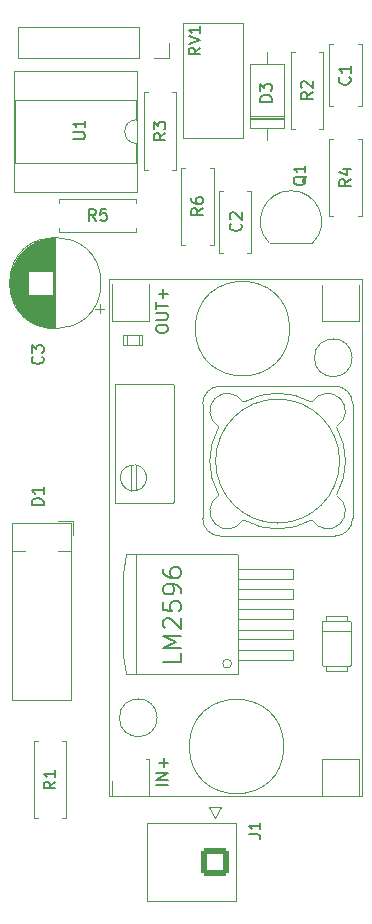
<source format=gto>
%TF.GenerationSoftware,KiCad,Pcbnew,8.0.7-8.0.7-0~ubuntu22.04.1*%
%TF.CreationDate,2024-12-23T11:54:55+01:00*%
%TF.ProjectId,repeater_v2,72657065-6174-4657-925f-76322e6b6963,rev?*%
%TF.SameCoordinates,Original*%
%TF.FileFunction,Legend,Top*%
%TF.FilePolarity,Positive*%
%FSLAX46Y46*%
G04 Gerber Fmt 4.6, Leading zero omitted, Abs format (unit mm)*
G04 Created by KiCad (PCBNEW 8.0.7-8.0.7-0~ubuntu22.04.1) date 2024-12-23 11:54:55*
%MOMM*%
%LPD*%
G01*
G04 APERTURE LIST*
G04 Aperture macros list*
%AMRoundRect*
0 Rectangle with rounded corners*
0 $1 Rounding radius*
0 $2 $3 $4 $5 $6 $7 $8 $9 X,Y pos of 4 corners*
0 Add a 4 corners polygon primitive as box body*
4,1,4,$2,$3,$4,$5,$6,$7,$8,$9,$2,$3,0*
0 Add four circle primitives for the rounded corners*
1,1,$1+$1,$2,$3*
1,1,$1+$1,$4,$5*
1,1,$1+$1,$6,$7*
1,1,$1+$1,$8,$9*
0 Add four rect primitives between the rounded corners*
20,1,$1+$1,$2,$3,$4,$5,0*
20,1,$1+$1,$4,$5,$6,$7,0*
20,1,$1+$1,$6,$7,$8,$9,0*
20,1,$1+$1,$8,$9,$2,$3,0*%
G04 Aperture macros list end*
%ADD10C,0.200000*%
%ADD11C,0.150000*%
%ADD12C,0.120000*%
%ADD13C,1.600000*%
%ADD14O,1.600000X1.600000*%
%ADD15R,1.700000X1.700000*%
%ADD16O,1.700000X1.700000*%
%ADD17R,2.200000X2.200000*%
%ADD18O,2.200000X2.200000*%
%ADD19C,1.440000*%
%ADD20R,1.050000X1.500000*%
%ADD21O,1.050000X1.500000*%
%ADD22R,1.600000X1.600000*%
%ADD23C,2.540000*%
%ADD24C,2.200000*%
%ADD25RoundRect,0.250001X0.949999X0.949999X-0.949999X0.949999X-0.949999X-0.949999X0.949999X-0.949999X0*%
%ADD26C,2.400000*%
G04 APERTURE END LIST*
D10*
X51097157Y-79308593D02*
X51097157Y-80022879D01*
X51097157Y-80022879D02*
X49597157Y-80022879D01*
X51097157Y-78808593D02*
X49597157Y-78808593D01*
X49597157Y-78808593D02*
X50668586Y-78308593D01*
X50668586Y-78308593D02*
X49597157Y-77808593D01*
X49597157Y-77808593D02*
X51097157Y-77808593D01*
X49740014Y-77165735D02*
X49668586Y-77094307D01*
X49668586Y-77094307D02*
X49597157Y-76951450D01*
X49597157Y-76951450D02*
X49597157Y-76594307D01*
X49597157Y-76594307D02*
X49668586Y-76451450D01*
X49668586Y-76451450D02*
X49740014Y-76380021D01*
X49740014Y-76380021D02*
X49882871Y-76308592D01*
X49882871Y-76308592D02*
X50025729Y-76308592D01*
X50025729Y-76308592D02*
X50240014Y-76380021D01*
X50240014Y-76380021D02*
X51097157Y-77237164D01*
X51097157Y-77237164D02*
X51097157Y-76308592D01*
X49597157Y-74951450D02*
X49597157Y-75665736D01*
X49597157Y-75665736D02*
X50311443Y-75737164D01*
X50311443Y-75737164D02*
X50240014Y-75665736D01*
X50240014Y-75665736D02*
X50168586Y-75522879D01*
X50168586Y-75522879D02*
X50168586Y-75165736D01*
X50168586Y-75165736D02*
X50240014Y-75022879D01*
X50240014Y-75022879D02*
X50311443Y-74951450D01*
X50311443Y-74951450D02*
X50454300Y-74880021D01*
X50454300Y-74880021D02*
X50811443Y-74880021D01*
X50811443Y-74880021D02*
X50954300Y-74951450D01*
X50954300Y-74951450D02*
X51025729Y-75022879D01*
X51025729Y-75022879D02*
X51097157Y-75165736D01*
X51097157Y-75165736D02*
X51097157Y-75522879D01*
X51097157Y-75522879D02*
X51025729Y-75665736D01*
X51025729Y-75665736D02*
X50954300Y-75737164D01*
X51097157Y-74165736D02*
X51097157Y-73880022D01*
X51097157Y-73880022D02*
X51025729Y-73737165D01*
X51025729Y-73737165D02*
X50954300Y-73665736D01*
X50954300Y-73665736D02*
X50740014Y-73522879D01*
X50740014Y-73522879D02*
X50454300Y-73451450D01*
X50454300Y-73451450D02*
X49882871Y-73451450D01*
X49882871Y-73451450D02*
X49740014Y-73522879D01*
X49740014Y-73522879D02*
X49668586Y-73594308D01*
X49668586Y-73594308D02*
X49597157Y-73737165D01*
X49597157Y-73737165D02*
X49597157Y-74022879D01*
X49597157Y-74022879D02*
X49668586Y-74165736D01*
X49668586Y-74165736D02*
X49740014Y-74237165D01*
X49740014Y-74237165D02*
X49882871Y-74308593D01*
X49882871Y-74308593D02*
X50240014Y-74308593D01*
X50240014Y-74308593D02*
X50382871Y-74237165D01*
X50382871Y-74237165D02*
X50454300Y-74165736D01*
X50454300Y-74165736D02*
X50525729Y-74022879D01*
X50525729Y-74022879D02*
X50525729Y-73737165D01*
X50525729Y-73737165D02*
X50454300Y-73594308D01*
X50454300Y-73594308D02*
X50382871Y-73522879D01*
X50382871Y-73522879D02*
X50240014Y-73451450D01*
X49597157Y-72165737D02*
X49597157Y-72451451D01*
X49597157Y-72451451D02*
X49668586Y-72594308D01*
X49668586Y-72594308D02*
X49740014Y-72665737D01*
X49740014Y-72665737D02*
X49954300Y-72808594D01*
X49954300Y-72808594D02*
X50240014Y-72880022D01*
X50240014Y-72880022D02*
X50811443Y-72880022D01*
X50811443Y-72880022D02*
X50954300Y-72808594D01*
X50954300Y-72808594D02*
X51025729Y-72737165D01*
X51025729Y-72737165D02*
X51097157Y-72594308D01*
X51097157Y-72594308D02*
X51097157Y-72308594D01*
X51097157Y-72308594D02*
X51025729Y-72165737D01*
X51025729Y-72165737D02*
X50954300Y-72094308D01*
X50954300Y-72094308D02*
X50811443Y-72022879D01*
X50811443Y-72022879D02*
X50454300Y-72022879D01*
X50454300Y-72022879D02*
X50311443Y-72094308D01*
X50311443Y-72094308D02*
X50240014Y-72165737D01*
X50240014Y-72165737D02*
X50168586Y-72308594D01*
X50168586Y-72308594D02*
X50168586Y-72594308D01*
X50168586Y-72594308D02*
X50240014Y-72737165D01*
X50240014Y-72737165D02*
X50311443Y-72808594D01*
X50311443Y-72808594D02*
X50454300Y-72880022D01*
D11*
X48975399Y-51898931D02*
X48975399Y-51708455D01*
X48975399Y-51708455D02*
X49023018Y-51613217D01*
X49023018Y-51613217D02*
X49118256Y-51517979D01*
X49118256Y-51517979D02*
X49308732Y-51470360D01*
X49308732Y-51470360D02*
X49642065Y-51470360D01*
X49642065Y-51470360D02*
X49832541Y-51517979D01*
X49832541Y-51517979D02*
X49927780Y-51613217D01*
X49927780Y-51613217D02*
X49975399Y-51708455D01*
X49975399Y-51708455D02*
X49975399Y-51898931D01*
X49975399Y-51898931D02*
X49927780Y-51994169D01*
X49927780Y-51994169D02*
X49832541Y-52089407D01*
X49832541Y-52089407D02*
X49642065Y-52137026D01*
X49642065Y-52137026D02*
X49308732Y-52137026D01*
X49308732Y-52137026D02*
X49118256Y-52089407D01*
X49118256Y-52089407D02*
X49023018Y-51994169D01*
X49023018Y-51994169D02*
X48975399Y-51898931D01*
X48975399Y-51041788D02*
X49784922Y-51041788D01*
X49784922Y-51041788D02*
X49880160Y-50994169D01*
X49880160Y-50994169D02*
X49927780Y-50946550D01*
X49927780Y-50946550D02*
X49975399Y-50851312D01*
X49975399Y-50851312D02*
X49975399Y-50660836D01*
X49975399Y-50660836D02*
X49927780Y-50565598D01*
X49927780Y-50565598D02*
X49880160Y-50517979D01*
X49880160Y-50517979D02*
X49784922Y-50470360D01*
X49784922Y-50470360D02*
X48975399Y-50470360D01*
X48975399Y-50137026D02*
X48975399Y-49565598D01*
X49975399Y-49851312D02*
X48975399Y-49851312D01*
X49594446Y-49232264D02*
X49594446Y-48470360D01*
X49975399Y-48851312D02*
X49213494Y-48851312D01*
X56141613Y-42917459D02*
X56189233Y-42965078D01*
X56189233Y-42965078D02*
X56236852Y-43107935D01*
X56236852Y-43107935D02*
X56236852Y-43203173D01*
X56236852Y-43203173D02*
X56189233Y-43346030D01*
X56189233Y-43346030D02*
X56093994Y-43441268D01*
X56093994Y-43441268D02*
X55998756Y-43488887D01*
X55998756Y-43488887D02*
X55808280Y-43536506D01*
X55808280Y-43536506D02*
X55665423Y-43536506D01*
X55665423Y-43536506D02*
X55474947Y-43488887D01*
X55474947Y-43488887D02*
X55379709Y-43441268D01*
X55379709Y-43441268D02*
X55284471Y-43346030D01*
X55284471Y-43346030D02*
X55236852Y-43203173D01*
X55236852Y-43203173D02*
X55236852Y-43107935D01*
X55236852Y-43107935D02*
X55284471Y-42965078D01*
X55284471Y-42965078D02*
X55332090Y-42917459D01*
X55332090Y-42536506D02*
X55284471Y-42488887D01*
X55284471Y-42488887D02*
X55236852Y-42393649D01*
X55236852Y-42393649D02*
X55236852Y-42155554D01*
X55236852Y-42155554D02*
X55284471Y-42060316D01*
X55284471Y-42060316D02*
X55332090Y-42012697D01*
X55332090Y-42012697D02*
X55427328Y-41965078D01*
X55427328Y-41965078D02*
X55522566Y-41965078D01*
X55522566Y-41965078D02*
X55665423Y-42012697D01*
X55665423Y-42012697D02*
X56236852Y-42584125D01*
X56236852Y-42584125D02*
X56236852Y-41965078D01*
X65359580Y-30519522D02*
X65407200Y-30567141D01*
X65407200Y-30567141D02*
X65454819Y-30709998D01*
X65454819Y-30709998D02*
X65454819Y-30805236D01*
X65454819Y-30805236D02*
X65407200Y-30948093D01*
X65407200Y-30948093D02*
X65311961Y-31043331D01*
X65311961Y-31043331D02*
X65216723Y-31090950D01*
X65216723Y-31090950D02*
X65026247Y-31138569D01*
X65026247Y-31138569D02*
X64883390Y-31138569D01*
X64883390Y-31138569D02*
X64692914Y-31090950D01*
X64692914Y-31090950D02*
X64597676Y-31043331D01*
X64597676Y-31043331D02*
X64502438Y-30948093D01*
X64502438Y-30948093D02*
X64454819Y-30805236D01*
X64454819Y-30805236D02*
X64454819Y-30709998D01*
X64454819Y-30709998D02*
X64502438Y-30567141D01*
X64502438Y-30567141D02*
X64550057Y-30519522D01*
X65454819Y-29567141D02*
X65454819Y-30138569D01*
X65454819Y-29852855D02*
X64454819Y-29852855D01*
X64454819Y-29852855D02*
X64597676Y-29948093D01*
X64597676Y-29948093D02*
X64692914Y-30043331D01*
X64692914Y-30043331D02*
X64740533Y-30138569D01*
X65486553Y-39166666D02*
X65010362Y-39499999D01*
X65486553Y-39738094D02*
X64486553Y-39738094D01*
X64486553Y-39738094D02*
X64486553Y-39357142D01*
X64486553Y-39357142D02*
X64534172Y-39261904D01*
X64534172Y-39261904D02*
X64581791Y-39214285D01*
X64581791Y-39214285D02*
X64677029Y-39166666D01*
X64677029Y-39166666D02*
X64819886Y-39166666D01*
X64819886Y-39166666D02*
X64915124Y-39214285D01*
X64915124Y-39214285D02*
X64962743Y-39261904D01*
X64962743Y-39261904D02*
X65010362Y-39357142D01*
X65010362Y-39357142D02*
X65010362Y-39738094D01*
X64819886Y-38309523D02*
X65486553Y-38309523D01*
X64438934Y-38547618D02*
X65153219Y-38785713D01*
X65153219Y-38785713D02*
X65153219Y-38166666D01*
X58780610Y-32583908D02*
X57780610Y-32583908D01*
X57780610Y-32583908D02*
X57780610Y-32345813D01*
X57780610Y-32345813D02*
X57828229Y-32202956D01*
X57828229Y-32202956D02*
X57923467Y-32107718D01*
X57923467Y-32107718D02*
X58018705Y-32060099D01*
X58018705Y-32060099D02*
X58209181Y-32012480D01*
X58209181Y-32012480D02*
X58352038Y-32012480D01*
X58352038Y-32012480D02*
X58542514Y-32060099D01*
X58542514Y-32060099D02*
X58637752Y-32107718D01*
X58637752Y-32107718D02*
X58732991Y-32202956D01*
X58732991Y-32202956D02*
X58780610Y-32345813D01*
X58780610Y-32345813D02*
X58780610Y-32583908D01*
X57780610Y-31679146D02*
X57780610Y-31060099D01*
X57780610Y-31060099D02*
X58161562Y-31393432D01*
X58161562Y-31393432D02*
X58161562Y-31250575D01*
X58161562Y-31250575D02*
X58209181Y-31155337D01*
X58209181Y-31155337D02*
X58256800Y-31107718D01*
X58256800Y-31107718D02*
X58352038Y-31060099D01*
X58352038Y-31060099D02*
X58590133Y-31060099D01*
X58590133Y-31060099D02*
X58685371Y-31107718D01*
X58685371Y-31107718D02*
X58732991Y-31155337D01*
X58732991Y-31155337D02*
X58780610Y-31250575D01*
X58780610Y-31250575D02*
X58780610Y-31536289D01*
X58780610Y-31536289D02*
X58732991Y-31631527D01*
X58732991Y-31631527D02*
X58685371Y-31679146D01*
X52736288Y-28020771D02*
X52260097Y-28354104D01*
X52736288Y-28592199D02*
X51736288Y-28592199D01*
X51736288Y-28592199D02*
X51736288Y-28211247D01*
X51736288Y-28211247D02*
X51783907Y-28116009D01*
X51783907Y-28116009D02*
X51831526Y-28068390D01*
X51831526Y-28068390D02*
X51926764Y-28020771D01*
X51926764Y-28020771D02*
X52069621Y-28020771D01*
X52069621Y-28020771D02*
X52164859Y-28068390D01*
X52164859Y-28068390D02*
X52212478Y-28116009D01*
X52212478Y-28116009D02*
X52260097Y-28211247D01*
X52260097Y-28211247D02*
X52260097Y-28592199D01*
X51736288Y-27735056D02*
X52736288Y-27401723D01*
X52736288Y-27401723D02*
X51736288Y-27068390D01*
X52736288Y-26211247D02*
X52736288Y-26782675D01*
X52736288Y-26496961D02*
X51736288Y-26496961D01*
X51736288Y-26496961D02*
X51879145Y-26592199D01*
X51879145Y-26592199D02*
X51974383Y-26687437D01*
X51974383Y-26687437D02*
X52022002Y-26782675D01*
X40454819Y-90166666D02*
X39978628Y-90499999D01*
X40454819Y-90738094D02*
X39454819Y-90738094D01*
X39454819Y-90738094D02*
X39454819Y-90357142D01*
X39454819Y-90357142D02*
X39502438Y-90261904D01*
X39502438Y-90261904D02*
X39550057Y-90214285D01*
X39550057Y-90214285D02*
X39645295Y-90166666D01*
X39645295Y-90166666D02*
X39788152Y-90166666D01*
X39788152Y-90166666D02*
X39883390Y-90214285D01*
X39883390Y-90214285D02*
X39931009Y-90261904D01*
X39931009Y-90261904D02*
X39978628Y-90357142D01*
X39978628Y-90357142D02*
X39978628Y-90738094D01*
X40454819Y-89214285D02*
X40454819Y-89785713D01*
X40454819Y-89499999D02*
X39454819Y-89499999D01*
X39454819Y-89499999D02*
X39597676Y-89595237D01*
X39597676Y-89595237D02*
X39692914Y-89690475D01*
X39692914Y-89690475D02*
X39740533Y-89785713D01*
X61730808Y-38897131D02*
X61683189Y-38992369D01*
X61683189Y-38992369D02*
X61587951Y-39087607D01*
X61587951Y-39087607D02*
X61445093Y-39230464D01*
X61445093Y-39230464D02*
X61397474Y-39325702D01*
X61397474Y-39325702D02*
X61397474Y-39420940D01*
X61635570Y-39373321D02*
X61587951Y-39468559D01*
X61587951Y-39468559D02*
X61492712Y-39563797D01*
X61492712Y-39563797D02*
X61302236Y-39611416D01*
X61302236Y-39611416D02*
X60968903Y-39611416D01*
X60968903Y-39611416D02*
X60778427Y-39563797D01*
X60778427Y-39563797D02*
X60683189Y-39468559D01*
X60683189Y-39468559D02*
X60635570Y-39373321D01*
X60635570Y-39373321D02*
X60635570Y-39182845D01*
X60635570Y-39182845D02*
X60683189Y-39087607D01*
X60683189Y-39087607D02*
X60778427Y-38992369D01*
X60778427Y-38992369D02*
X60968903Y-38944750D01*
X60968903Y-38944750D02*
X61302236Y-38944750D01*
X61302236Y-38944750D02*
X61492712Y-38992369D01*
X61492712Y-38992369D02*
X61587951Y-39087607D01*
X61587951Y-39087607D02*
X61635570Y-39182845D01*
X61635570Y-39182845D02*
X61635570Y-39373321D01*
X61635570Y-37992369D02*
X61635570Y-38563797D01*
X61635570Y-38278083D02*
X60635570Y-38278083D01*
X60635570Y-38278083D02*
X60778427Y-38373321D01*
X60778427Y-38373321D02*
X60873665Y-38468559D01*
X60873665Y-38468559D02*
X60921284Y-38563797D01*
X39359580Y-54166666D02*
X39407200Y-54214285D01*
X39407200Y-54214285D02*
X39454819Y-54357142D01*
X39454819Y-54357142D02*
X39454819Y-54452380D01*
X39454819Y-54452380D02*
X39407200Y-54595237D01*
X39407200Y-54595237D02*
X39311961Y-54690475D01*
X39311961Y-54690475D02*
X39216723Y-54738094D01*
X39216723Y-54738094D02*
X39026247Y-54785713D01*
X39026247Y-54785713D02*
X38883390Y-54785713D01*
X38883390Y-54785713D02*
X38692914Y-54738094D01*
X38692914Y-54738094D02*
X38597676Y-54690475D01*
X38597676Y-54690475D02*
X38502438Y-54595237D01*
X38502438Y-54595237D02*
X38454819Y-54452380D01*
X38454819Y-54452380D02*
X38454819Y-54357142D01*
X38454819Y-54357142D02*
X38502438Y-54214285D01*
X38502438Y-54214285D02*
X38550057Y-54166666D01*
X38454819Y-53833332D02*
X38454819Y-53214285D01*
X38454819Y-53214285D02*
X38835771Y-53547618D01*
X38835771Y-53547618D02*
X38835771Y-53404761D01*
X38835771Y-53404761D02*
X38883390Y-53309523D01*
X38883390Y-53309523D02*
X38931009Y-53261904D01*
X38931009Y-53261904D02*
X39026247Y-53214285D01*
X39026247Y-53214285D02*
X39264342Y-53214285D01*
X39264342Y-53214285D02*
X39359580Y-53261904D01*
X39359580Y-53261904D02*
X39407200Y-53309523D01*
X39407200Y-53309523D02*
X39454819Y-53404761D01*
X39454819Y-53404761D02*
X39454819Y-53690475D01*
X39454819Y-53690475D02*
X39407200Y-53785713D01*
X39407200Y-53785713D02*
X39359580Y-53833332D01*
X62233710Y-31785311D02*
X61757519Y-32118644D01*
X62233710Y-32356739D02*
X61233710Y-32356739D01*
X61233710Y-32356739D02*
X61233710Y-31975787D01*
X61233710Y-31975787D02*
X61281329Y-31880549D01*
X61281329Y-31880549D02*
X61328948Y-31832930D01*
X61328948Y-31832930D02*
X61424186Y-31785311D01*
X61424186Y-31785311D02*
X61567043Y-31785311D01*
X61567043Y-31785311D02*
X61662281Y-31832930D01*
X61662281Y-31832930D02*
X61709900Y-31880549D01*
X61709900Y-31880549D02*
X61757519Y-31975787D01*
X61757519Y-31975787D02*
X61757519Y-32356739D01*
X61328948Y-31404358D02*
X61281329Y-31356739D01*
X61281329Y-31356739D02*
X61233710Y-31261501D01*
X61233710Y-31261501D02*
X61233710Y-31023406D01*
X61233710Y-31023406D02*
X61281329Y-30928168D01*
X61281329Y-30928168D02*
X61328948Y-30880549D01*
X61328948Y-30880549D02*
X61424186Y-30832930D01*
X61424186Y-30832930D02*
X61519424Y-30832930D01*
X61519424Y-30832930D02*
X61662281Y-30880549D01*
X61662281Y-30880549D02*
X62233710Y-31451977D01*
X62233710Y-31451977D02*
X62233710Y-30832930D01*
X52954819Y-41616732D02*
X52478628Y-41950065D01*
X52954819Y-42188160D02*
X51954819Y-42188160D01*
X51954819Y-42188160D02*
X51954819Y-41807208D01*
X51954819Y-41807208D02*
X52002438Y-41711970D01*
X52002438Y-41711970D02*
X52050057Y-41664351D01*
X52050057Y-41664351D02*
X52145295Y-41616732D01*
X52145295Y-41616732D02*
X52288152Y-41616732D01*
X52288152Y-41616732D02*
X52383390Y-41664351D01*
X52383390Y-41664351D02*
X52431009Y-41711970D01*
X52431009Y-41711970D02*
X52478628Y-41807208D01*
X52478628Y-41807208D02*
X52478628Y-42188160D01*
X51954819Y-40759589D02*
X51954819Y-40950065D01*
X51954819Y-40950065D02*
X52002438Y-41045303D01*
X52002438Y-41045303D02*
X52050057Y-41092922D01*
X52050057Y-41092922D02*
X52192914Y-41188160D01*
X52192914Y-41188160D02*
X52383390Y-41235779D01*
X52383390Y-41235779D02*
X52764342Y-41235779D01*
X52764342Y-41235779D02*
X52859580Y-41188160D01*
X52859580Y-41188160D02*
X52907200Y-41140541D01*
X52907200Y-41140541D02*
X52954819Y-41045303D01*
X52954819Y-41045303D02*
X52954819Y-40854827D01*
X52954819Y-40854827D02*
X52907200Y-40759589D01*
X52907200Y-40759589D02*
X52859580Y-40711970D01*
X52859580Y-40711970D02*
X52764342Y-40664351D01*
X52764342Y-40664351D02*
X52526247Y-40664351D01*
X52526247Y-40664351D02*
X52431009Y-40711970D01*
X52431009Y-40711970D02*
X52383390Y-40759589D01*
X52383390Y-40759589D02*
X52335771Y-40854827D01*
X52335771Y-40854827D02*
X52335771Y-41045303D01*
X52335771Y-41045303D02*
X52383390Y-41140541D01*
X52383390Y-41140541D02*
X52431009Y-41188160D01*
X52431009Y-41188160D02*
X52526247Y-41235779D01*
X49776392Y-35242263D02*
X49300201Y-35575596D01*
X49776392Y-35813691D02*
X48776392Y-35813691D01*
X48776392Y-35813691D02*
X48776392Y-35432739D01*
X48776392Y-35432739D02*
X48824011Y-35337501D01*
X48824011Y-35337501D02*
X48871630Y-35289882D01*
X48871630Y-35289882D02*
X48966868Y-35242263D01*
X48966868Y-35242263D02*
X49109725Y-35242263D01*
X49109725Y-35242263D02*
X49204963Y-35289882D01*
X49204963Y-35289882D02*
X49252582Y-35337501D01*
X49252582Y-35337501D02*
X49300201Y-35432739D01*
X49300201Y-35432739D02*
X49300201Y-35813691D01*
X48776392Y-34908929D02*
X48776392Y-34289882D01*
X48776392Y-34289882D02*
X49157344Y-34623215D01*
X49157344Y-34623215D02*
X49157344Y-34480358D01*
X49157344Y-34480358D02*
X49204963Y-34385120D01*
X49204963Y-34385120D02*
X49252582Y-34337501D01*
X49252582Y-34337501D02*
X49347820Y-34289882D01*
X49347820Y-34289882D02*
X49585915Y-34289882D01*
X49585915Y-34289882D02*
X49681153Y-34337501D01*
X49681153Y-34337501D02*
X49728773Y-34385120D01*
X49728773Y-34385120D02*
X49776392Y-34480358D01*
X49776392Y-34480358D02*
X49776392Y-34766072D01*
X49776392Y-34766072D02*
X49728773Y-34861310D01*
X49728773Y-34861310D02*
X49681153Y-34908929D01*
X43876536Y-42670349D02*
X43543203Y-42194158D01*
X43305108Y-42670349D02*
X43305108Y-41670349D01*
X43305108Y-41670349D02*
X43686060Y-41670349D01*
X43686060Y-41670349D02*
X43781298Y-41717968D01*
X43781298Y-41717968D02*
X43828917Y-41765587D01*
X43828917Y-41765587D02*
X43876536Y-41860825D01*
X43876536Y-41860825D02*
X43876536Y-42003682D01*
X43876536Y-42003682D02*
X43828917Y-42098920D01*
X43828917Y-42098920D02*
X43781298Y-42146539D01*
X43781298Y-42146539D02*
X43686060Y-42194158D01*
X43686060Y-42194158D02*
X43305108Y-42194158D01*
X44781298Y-41670349D02*
X44305108Y-41670349D01*
X44305108Y-41670349D02*
X44257489Y-42146539D01*
X44257489Y-42146539D02*
X44305108Y-42098920D01*
X44305108Y-42098920D02*
X44400346Y-42051301D01*
X44400346Y-42051301D02*
X44638441Y-42051301D01*
X44638441Y-42051301D02*
X44733679Y-42098920D01*
X44733679Y-42098920D02*
X44781298Y-42146539D01*
X44781298Y-42146539D02*
X44828917Y-42241777D01*
X44828917Y-42241777D02*
X44828917Y-42479872D01*
X44828917Y-42479872D02*
X44781298Y-42575110D01*
X44781298Y-42575110D02*
X44733679Y-42622730D01*
X44733679Y-42622730D02*
X44638441Y-42670349D01*
X44638441Y-42670349D02*
X44400346Y-42670349D01*
X44400346Y-42670349D02*
X44305108Y-42622730D01*
X44305108Y-42622730D02*
X44257489Y-42575110D01*
X50012955Y-90480060D02*
X49012955Y-90480060D01*
X50012955Y-90003870D02*
X49012955Y-90003870D01*
X49012955Y-90003870D02*
X50012955Y-89432442D01*
X50012955Y-89432442D02*
X49012955Y-89432442D01*
X49632002Y-88956251D02*
X49632002Y-88194347D01*
X50012955Y-88575299D02*
X49251050Y-88575299D01*
X39454819Y-66738094D02*
X38454819Y-66738094D01*
X38454819Y-66738094D02*
X38454819Y-66499999D01*
X38454819Y-66499999D02*
X38502438Y-66357142D01*
X38502438Y-66357142D02*
X38597676Y-66261904D01*
X38597676Y-66261904D02*
X38692914Y-66214285D01*
X38692914Y-66214285D02*
X38883390Y-66166666D01*
X38883390Y-66166666D02*
X39026247Y-66166666D01*
X39026247Y-66166666D02*
X39216723Y-66214285D01*
X39216723Y-66214285D02*
X39311961Y-66261904D01*
X39311961Y-66261904D02*
X39407200Y-66357142D01*
X39407200Y-66357142D02*
X39454819Y-66499999D01*
X39454819Y-66499999D02*
X39454819Y-66738094D01*
X39454819Y-65214285D02*
X39454819Y-65785713D01*
X39454819Y-65499999D02*
X38454819Y-65499999D01*
X38454819Y-65499999D02*
X38597676Y-65595237D01*
X38597676Y-65595237D02*
X38692914Y-65690475D01*
X38692914Y-65690475D02*
X38740533Y-65785713D01*
X56817515Y-94630791D02*
X57531800Y-94630791D01*
X57531800Y-94630791D02*
X57674657Y-94678410D01*
X57674657Y-94678410D02*
X57769896Y-94773648D01*
X57769896Y-94773648D02*
X57817515Y-94916505D01*
X57817515Y-94916505D02*
X57817515Y-95011743D01*
X57817515Y-93630791D02*
X57817515Y-94202219D01*
X57817515Y-93916505D02*
X56817515Y-93916505D01*
X56817515Y-93916505D02*
X56960372Y-94011743D01*
X56960372Y-94011743D02*
X57055610Y-94106981D01*
X57055610Y-94106981D02*
X57103229Y-94202219D01*
X41954819Y-35761904D02*
X42764342Y-35761904D01*
X42764342Y-35761904D02*
X42859580Y-35714285D01*
X42859580Y-35714285D02*
X42907200Y-35666666D01*
X42907200Y-35666666D02*
X42954819Y-35571428D01*
X42954819Y-35571428D02*
X42954819Y-35380952D01*
X42954819Y-35380952D02*
X42907200Y-35285714D01*
X42907200Y-35285714D02*
X42859580Y-35238095D01*
X42859580Y-35238095D02*
X42764342Y-35190476D01*
X42764342Y-35190476D02*
X41954819Y-35190476D01*
X42954819Y-34190476D02*
X42954819Y-34761904D01*
X42954819Y-34476190D02*
X41954819Y-34476190D01*
X41954819Y-34476190D02*
X42097676Y-34571428D01*
X42097676Y-34571428D02*
X42192914Y-34666666D01*
X42192914Y-34666666D02*
X42240533Y-34761904D01*
D12*
%TO.C,C2*%
X54299346Y-40149213D02*
X54299346Y-45389213D01*
X54614346Y-40149213D02*
X54299346Y-40149213D01*
X54614346Y-45389213D02*
X54299346Y-45389213D01*
X57039346Y-40149213D02*
X56724346Y-40149213D01*
X57039346Y-40149213D02*
X57039346Y-45389213D01*
X57039346Y-45389213D02*
X56724346Y-45389213D01*
%TO.C,C1*%
X63667233Y-27732856D02*
X63982233Y-27732856D01*
X63667233Y-32972856D02*
X63667233Y-27732856D01*
X63667233Y-32972856D02*
X63982233Y-32972856D01*
X66092233Y-27732856D02*
X66407233Y-27732856D01*
X66092233Y-32972856D02*
X66407233Y-32972856D01*
X66407233Y-32972856D02*
X66407233Y-27732856D01*
%TO.C,R4*%
X63661734Y-35730000D02*
X63661734Y-42270000D01*
X63661734Y-42270000D02*
X63991734Y-42270000D01*
X63991734Y-35730000D02*
X63661734Y-35730000D01*
X66071734Y-35730000D02*
X66401734Y-35730000D01*
X66401734Y-35730000D02*
X66401734Y-42270000D01*
X66401734Y-42270000D02*
X66071734Y-42270000D01*
%TO.C,J2*%
X37297370Y-26262601D02*
X37297370Y-28922601D01*
X47517370Y-26262601D02*
X37297370Y-26262601D01*
X47517370Y-26262601D02*
X47517370Y-28922601D01*
X47517370Y-28922601D02*
X37297370Y-28922601D01*
X50117370Y-27592601D02*
X50117370Y-28922601D01*
X50117370Y-28922601D02*
X48787370Y-28922601D01*
%TO.C,D3*%
X56906591Y-29405214D02*
X56906591Y-34845214D01*
X56906591Y-33825214D02*
X59846591Y-33825214D01*
X56906591Y-33945214D02*
X59846591Y-33945214D01*
X56906591Y-34065214D02*
X59846591Y-34065214D01*
X56906591Y-34845214D02*
X59846591Y-34845214D01*
X58376591Y-28385214D02*
X58376591Y-29405214D01*
X58376591Y-35865214D02*
X58376591Y-34845214D01*
X59846591Y-29405214D02*
X56906591Y-29405214D01*
X59846591Y-34845214D02*
X59846591Y-29405214D01*
%TO.C,RV1*%
X51293273Y-25902157D02*
X56363273Y-25902157D01*
X51293273Y-35672157D02*
X51293273Y-25902157D01*
X51293273Y-35672157D02*
X56363273Y-35672157D01*
X56363273Y-35672157D02*
X56363273Y-25902157D01*
%TO.C,R1*%
X38630000Y-86730000D02*
X38630000Y-93270000D01*
X38630000Y-93270000D02*
X38960000Y-93270000D01*
X38960000Y-86730000D02*
X38630000Y-86730000D01*
X41040000Y-86730000D02*
X41370000Y-86730000D01*
X41370000Y-86730000D02*
X41370000Y-93270000D01*
X41370000Y-93270000D02*
X41040000Y-93270000D01*
%TO.C,Q1*%
X58607509Y-44569059D02*
X62207509Y-44569059D01*
X58569031Y-44557537D02*
G75*
G02*
X60407509Y-40119058I1838478J1838478D01*
G01*
X60407509Y-40119059D02*
G75*
G02*
X62245987Y-44557537I0J-2600000D01*
G01*
%TO.C,C3*%
X36609494Y-48382934D02*
X36609494Y-47500934D01*
X36649494Y-48634934D02*
X36649494Y-47248934D01*
X36689494Y-48818934D02*
X36689494Y-47064934D01*
X36729494Y-48969934D02*
X36729494Y-46913934D01*
X36769494Y-49099934D02*
X36769494Y-46783934D01*
X36809494Y-49216934D02*
X36809494Y-46666934D01*
X36849494Y-49322934D02*
X36849494Y-46560934D01*
X36889494Y-49419934D02*
X36889494Y-46463934D01*
X36929494Y-49510934D02*
X36929494Y-46372934D01*
X36969494Y-49595934D02*
X36969494Y-46287934D01*
X37009494Y-49674934D02*
X37009494Y-46208934D01*
X37049494Y-49750934D02*
X37049494Y-46132934D01*
X37089494Y-49822934D02*
X37089494Y-46060934D01*
X37129494Y-49890934D02*
X37129494Y-45992934D01*
X37169494Y-49955934D02*
X37169494Y-45927934D01*
X37209494Y-50018934D02*
X37209494Y-45864934D01*
X37249494Y-50078934D02*
X37249494Y-45804934D01*
X37289494Y-50136934D02*
X37289494Y-45746934D01*
X37329494Y-50191934D02*
X37329494Y-45691934D01*
X37369494Y-50245934D02*
X37369494Y-45637934D01*
X37409494Y-50296934D02*
X37409494Y-45586934D01*
X37449494Y-50346934D02*
X37449494Y-45536934D01*
X37489494Y-50395934D02*
X37489494Y-45487934D01*
X37529494Y-50441934D02*
X37529494Y-45441934D01*
X37569494Y-50487934D02*
X37569494Y-45395934D01*
X37609494Y-50530934D02*
X37609494Y-45352934D01*
X37649494Y-50573934D02*
X37649494Y-45309934D01*
X37689494Y-50614934D02*
X37689494Y-45268934D01*
X37729494Y-50654934D02*
X37729494Y-45228934D01*
X37769494Y-50693934D02*
X37769494Y-45189934D01*
X37809494Y-50731934D02*
X37809494Y-45151934D01*
X37849494Y-50768934D02*
X37849494Y-45114934D01*
X37889494Y-50804934D02*
X37889494Y-45078934D01*
X37929494Y-50839934D02*
X37929494Y-45043934D01*
X37969494Y-50872934D02*
X37969494Y-45010934D01*
X38009494Y-50905934D02*
X38009494Y-44977934D01*
X38049494Y-50937934D02*
X38049494Y-44945934D01*
X38089494Y-50969934D02*
X38089494Y-44913934D01*
X38129494Y-50999934D02*
X38129494Y-44883934D01*
X38169494Y-46901934D02*
X38169494Y-44853934D01*
X38169494Y-51029934D02*
X38169494Y-48981934D01*
X38209494Y-46901934D02*
X38209494Y-44825934D01*
X38209494Y-51057934D02*
X38209494Y-48981934D01*
X38249494Y-46901934D02*
X38249494Y-44797934D01*
X38249494Y-51085934D02*
X38249494Y-48981934D01*
X38289494Y-46901934D02*
X38289494Y-44769934D01*
X38289494Y-51113934D02*
X38289494Y-48981934D01*
X38329494Y-46901934D02*
X38329494Y-44743934D01*
X38329494Y-51139934D02*
X38329494Y-48981934D01*
X38369494Y-46901934D02*
X38369494Y-44717934D01*
X38369494Y-51165934D02*
X38369494Y-48981934D01*
X38409494Y-46901934D02*
X38409494Y-44692934D01*
X38409494Y-51190934D02*
X38409494Y-48981934D01*
X38449494Y-46901934D02*
X38449494Y-44667934D01*
X38449494Y-51215934D02*
X38449494Y-48981934D01*
X38489494Y-46901934D02*
X38489494Y-44644934D01*
X38489494Y-51238934D02*
X38489494Y-48981934D01*
X38529494Y-46901934D02*
X38529494Y-44620934D01*
X38529494Y-51262934D02*
X38529494Y-48981934D01*
X38569494Y-46901934D02*
X38569494Y-44598934D01*
X38569494Y-51284934D02*
X38569494Y-48981934D01*
X38609494Y-46901934D02*
X38609494Y-44576934D01*
X38609494Y-51306934D02*
X38609494Y-48981934D01*
X38649494Y-46901934D02*
X38649494Y-44555934D01*
X38649494Y-51327934D02*
X38649494Y-48981934D01*
X38689494Y-46901934D02*
X38689494Y-44534934D01*
X38689494Y-51348934D02*
X38689494Y-48981934D01*
X38729494Y-46901934D02*
X38729494Y-44514934D01*
X38729494Y-51368934D02*
X38729494Y-48981934D01*
X38769494Y-46901934D02*
X38769494Y-44494934D01*
X38769494Y-51388934D02*
X38769494Y-48981934D01*
X38809494Y-46901934D02*
X38809494Y-44475934D01*
X38809494Y-51407934D02*
X38809494Y-48981934D01*
X38849494Y-46901934D02*
X38849494Y-44457934D01*
X38849494Y-51425934D02*
X38849494Y-48981934D01*
X38889494Y-46901934D02*
X38889494Y-44439934D01*
X38889494Y-51443934D02*
X38889494Y-48981934D01*
X38929494Y-46901934D02*
X38929494Y-44421934D01*
X38929494Y-51461934D02*
X38929494Y-48981934D01*
X38969494Y-46901934D02*
X38969494Y-44405934D01*
X38969494Y-51477934D02*
X38969494Y-48981934D01*
X39009494Y-46901934D02*
X39009494Y-44388934D01*
X39009494Y-51494934D02*
X39009494Y-48981934D01*
X39049494Y-46901934D02*
X39049494Y-44373934D01*
X39049494Y-51509934D02*
X39049494Y-48981934D01*
X39089494Y-46901934D02*
X39089494Y-44357934D01*
X39089494Y-51525934D02*
X39089494Y-48981934D01*
X39129494Y-46901934D02*
X39129494Y-44343934D01*
X39129494Y-51539934D02*
X39129494Y-48981934D01*
X39169494Y-46901934D02*
X39169494Y-44328934D01*
X39169494Y-51554934D02*
X39169494Y-48981934D01*
X39209494Y-46901934D02*
X39209494Y-44315934D01*
X39209494Y-51567934D02*
X39209494Y-48981934D01*
X39249494Y-46901934D02*
X39249494Y-44301934D01*
X39249494Y-51581934D02*
X39249494Y-48981934D01*
X39289494Y-46901934D02*
X39289494Y-44288934D01*
X39289494Y-51594934D02*
X39289494Y-48981934D01*
X39329494Y-46901934D02*
X39329494Y-44276934D01*
X39329494Y-51606934D02*
X39329494Y-48981934D01*
X39369494Y-46901934D02*
X39369494Y-44264934D01*
X39369494Y-51618934D02*
X39369494Y-48981934D01*
X39409494Y-46901934D02*
X39409494Y-44253934D01*
X39409494Y-51629934D02*
X39409494Y-48981934D01*
X39449494Y-46901934D02*
X39449494Y-44242934D01*
X39449494Y-51640934D02*
X39449494Y-48981934D01*
X39489494Y-46901934D02*
X39489494Y-44231934D01*
X39489494Y-51651934D02*
X39489494Y-48981934D01*
X39529494Y-46901934D02*
X39529494Y-44221934D01*
X39529494Y-51661934D02*
X39529494Y-48981934D01*
X39569494Y-46901934D02*
X39569494Y-44212934D01*
X39569494Y-51670934D02*
X39569494Y-48981934D01*
X39609494Y-46901934D02*
X39609494Y-44203934D01*
X39609494Y-51679934D02*
X39609494Y-48981934D01*
X39649494Y-46901934D02*
X39649494Y-44194934D01*
X39649494Y-51688934D02*
X39649494Y-48981934D01*
X39689494Y-46901934D02*
X39689494Y-44186934D01*
X39689494Y-51696934D02*
X39689494Y-48981934D01*
X39729494Y-46901934D02*
X39729494Y-44178934D01*
X39729494Y-51704934D02*
X39729494Y-48981934D01*
X39770494Y-46901934D02*
X39770494Y-44171934D01*
X39770494Y-51711934D02*
X39770494Y-48981934D01*
X39810494Y-46901934D02*
X39810494Y-44164934D01*
X39810494Y-51718934D02*
X39810494Y-48981934D01*
X39850494Y-46901934D02*
X39850494Y-44157934D01*
X39850494Y-51725934D02*
X39850494Y-48981934D01*
X39890494Y-46901934D02*
X39890494Y-44151934D01*
X39890494Y-51731934D02*
X39890494Y-48981934D01*
X39930494Y-46901934D02*
X39930494Y-44146934D01*
X39930494Y-51736934D02*
X39930494Y-48981934D01*
X39970494Y-46901934D02*
X39970494Y-44140934D01*
X39970494Y-51742934D02*
X39970494Y-48981934D01*
X40010494Y-46901934D02*
X40010494Y-44136934D01*
X40010494Y-51746934D02*
X40010494Y-48981934D01*
X40050494Y-46901934D02*
X40050494Y-44131934D01*
X40050494Y-51751934D02*
X40050494Y-48981934D01*
X40090494Y-46901934D02*
X40090494Y-44127934D01*
X40090494Y-51755934D02*
X40090494Y-48981934D01*
X40130494Y-46901934D02*
X40130494Y-44124934D01*
X40130494Y-51758934D02*
X40130494Y-48981934D01*
X40170494Y-46901934D02*
X40170494Y-44121934D01*
X40170494Y-51761934D02*
X40170494Y-48981934D01*
X40210494Y-46901934D02*
X40210494Y-44118934D01*
X40210494Y-51764934D02*
X40210494Y-48981934D01*
X40250494Y-51766934D02*
X40250494Y-44116934D01*
X40290494Y-51768934D02*
X40290494Y-44114934D01*
X40330494Y-51770934D02*
X40330494Y-44112934D01*
X40370494Y-51771934D02*
X40370494Y-44111934D01*
X40410494Y-51771934D02*
X40410494Y-44111934D01*
X40450494Y-51771934D02*
X40450494Y-44111934D01*
X44217705Y-50491934D02*
X44217705Y-49741934D01*
X44592705Y-50116934D02*
X43842705Y-50116934D01*
X44320494Y-47941934D02*
G75*
G02*
X36580494Y-47941934I-3870000J0D01*
G01*
X36580494Y-47941934D02*
G75*
G02*
X44320494Y-47941934I3870000J0D01*
G01*
%TO.C,R2*%
X60408891Y-28348645D02*
X60408891Y-34888645D01*
X60408891Y-34888645D02*
X60738891Y-34888645D01*
X60738891Y-28348645D02*
X60408891Y-28348645D01*
X62818891Y-28348645D02*
X63148891Y-28348645D01*
X63148891Y-28348645D02*
X63148891Y-34888645D01*
X63148891Y-34888645D02*
X62818891Y-34888645D01*
%TO.C,R6*%
X51130000Y-38180066D02*
X51460000Y-38180066D01*
X51130000Y-44720066D02*
X51130000Y-38180066D01*
X51460000Y-44720066D02*
X51130000Y-44720066D01*
X53540000Y-44720066D02*
X53870000Y-44720066D01*
X53870000Y-38180066D02*
X53540000Y-38180066D01*
X53870000Y-44720066D02*
X53870000Y-38180066D01*
%TO.C,R3*%
X47951573Y-31805597D02*
X48281573Y-31805597D01*
X47951573Y-38345597D02*
X47951573Y-31805597D01*
X48281573Y-38345597D02*
X47951573Y-38345597D01*
X50361573Y-38345597D02*
X50691573Y-38345597D01*
X50691573Y-31805597D02*
X50361573Y-31805597D01*
X50691573Y-38345597D02*
X50691573Y-31805597D01*
%TO.C,R5*%
X40773203Y-40845530D02*
X47313203Y-40845530D01*
X40773203Y-41175530D02*
X40773203Y-40845530D01*
X40773203Y-43255530D02*
X40773203Y-43585530D01*
X40773203Y-43585530D02*
X47313203Y-43585530D01*
X47313203Y-40845530D02*
X47313203Y-41175530D01*
X47313203Y-43585530D02*
X47313203Y-43255530D01*
%TO.C,IN+*%
X45005533Y-47637977D02*
X45005533Y-91387977D01*
X45005533Y-91387977D02*
X66455533Y-91387977D01*
X45255489Y-51173646D02*
X45255489Y-48058646D01*
X45260533Y-91382977D02*
X45260533Y-90082977D01*
X45471828Y-57890665D02*
X45471828Y-57924620D01*
X45471828Y-57973999D02*
X45471828Y-58018871D01*
X45472828Y-66483194D02*
X45472828Y-56583194D01*
X45522828Y-56533194D02*
X50422827Y-56533194D01*
X46187204Y-72572744D02*
X46478143Y-70922744D01*
X46187204Y-79432744D02*
X46187204Y-72572744D01*
X46220829Y-52384296D02*
X46220829Y-53184296D01*
X46220829Y-52384296D02*
X47820828Y-52384296D01*
X46478143Y-81082744D02*
X46187204Y-79432744D01*
X46540829Y-53184296D02*
X46540829Y-52384296D01*
X46791433Y-65496592D02*
X46822828Y-65472424D01*
X46822828Y-63393963D02*
X46822828Y-65472424D01*
X46847827Y-65484383D02*
X46816608Y-65477213D01*
X46847827Y-65484383D02*
X46822828Y-65472424D01*
X46847827Y-65484383D02*
X46842595Y-65508830D01*
X47267203Y-70922744D02*
X47267203Y-81082744D01*
X47322827Y-65472424D02*
X47322827Y-63393963D01*
X47500828Y-52384296D02*
X47500828Y-53184296D01*
X47820828Y-52384296D02*
X47820828Y-53184296D01*
X47820828Y-53184296D02*
X46220829Y-53184296D01*
X47844682Y-81083744D02*
X48006220Y-81083744D01*
X48110533Y-88252977D02*
X48420533Y-88252977D01*
X48415489Y-51173646D02*
X45255489Y-51173646D01*
X48415489Y-51173646D02*
X48415489Y-48013646D01*
X48415533Y-91382977D02*
X48420533Y-88252977D01*
X50422827Y-66533194D02*
X45522828Y-66533194D01*
X50472827Y-56583194D02*
X50472827Y-66483194D01*
X52926329Y-58165580D02*
X52926329Y-67865580D01*
X54426329Y-69365580D02*
X64126329Y-69365580D01*
X55829639Y-70922744D02*
X46478143Y-70922744D01*
X55829639Y-81082744D02*
X46478143Y-81082744D01*
X55829639Y-81082744D02*
X55907203Y-81005180D01*
X55907203Y-71000307D02*
X55829639Y-70922744D01*
X55907203Y-81005180D02*
X55907203Y-71000307D01*
X60537203Y-72182744D02*
X55907203Y-72182744D01*
X60537203Y-73022744D02*
X55907203Y-73022744D01*
X60537203Y-73022744D02*
X60537203Y-72182744D01*
X60537203Y-73882744D02*
X55907203Y-73882744D01*
X60537203Y-74722744D02*
X55907203Y-74722744D01*
X60537203Y-74722744D02*
X60537203Y-73882744D01*
X60537203Y-75582744D02*
X55907203Y-75582744D01*
X60537203Y-76422744D02*
X55907203Y-76422744D01*
X60537203Y-76422744D02*
X60537203Y-75582744D01*
X60537203Y-77282744D02*
X55907203Y-77282744D01*
X60537203Y-78122744D02*
X55907203Y-78122744D01*
X60537203Y-78122744D02*
X60537203Y-77282744D01*
X60537203Y-78982744D02*
X55907203Y-78982744D01*
X60537203Y-79822744D02*
X55907203Y-79822744D01*
X60537203Y-79822744D02*
X60537203Y-78982744D01*
X63023750Y-80251341D02*
X63023750Y-76651341D01*
X63040533Y-51182977D02*
X63040533Y-48067977D01*
X63040533Y-88252977D02*
X66200533Y-88252977D01*
X63040533Y-91382977D02*
X63040533Y-88252977D01*
X63123750Y-76551341D02*
X65423750Y-76551341D01*
X63123750Y-77421619D02*
X65423750Y-77421619D01*
X63398750Y-76101341D02*
X65148750Y-76101341D01*
X63398750Y-76551341D02*
X63398750Y-76101341D01*
X63398750Y-80801341D02*
X63398750Y-80351341D01*
X63635229Y-76550341D02*
X63540677Y-76550341D01*
X64126329Y-56665580D02*
X54426329Y-56665580D01*
X65148750Y-76101341D02*
X65148750Y-76551341D01*
X65148750Y-80351341D02*
X65148750Y-80801341D01*
X65148750Y-80801341D02*
X63398750Y-80801341D01*
X65423750Y-80351341D02*
X63123750Y-80351341D01*
X65523750Y-76651341D02*
X65523750Y-80251341D01*
X65626329Y-67865580D02*
X65626329Y-58165580D01*
X66200533Y-51182977D02*
X63040533Y-51182977D01*
X66200533Y-51182977D02*
X66200533Y-48067977D01*
X66200533Y-91382977D02*
X66200533Y-88252977D01*
X66455533Y-47637977D02*
X45005533Y-47637977D01*
X66455533Y-91387977D02*
X66455533Y-47637977D01*
X45472828Y-56583194D02*
G75*
G02*
X45522828Y-56533172I50005J17D01*
G01*
X45522828Y-66533194D02*
G75*
G02*
X45472816Y-66483194I5J50017D01*
G01*
X47303060Y-65508829D02*
G75*
G02*
X47354223Y-65496592I-230227J1075652D01*
G01*
X50422827Y-56533194D02*
G75*
G02*
X50472816Y-56583194I6J-49983D01*
G01*
X50472827Y-66483194D02*
G75*
G02*
X50422827Y-66533171I-49994J17D01*
G01*
X52926329Y-58165580D02*
G75*
G02*
X54426329Y-56665573I1500004J3D01*
G01*
X54240064Y-60045794D02*
G75*
G02*
X54274174Y-60179979I-52931J-84883D01*
G01*
X54240064Y-60045794D02*
G75*
G02*
X56306551Y-57979310I793669J1272817D01*
G01*
X54274150Y-65851193D02*
G75*
G02*
X54274150Y-60179966I5002178J2835614D01*
G01*
X54274150Y-65851194D02*
G75*
G02*
X54240063Y-65985365I-87117J-49283D01*
G01*
X54426329Y-69365580D02*
G75*
G02*
X52926330Y-67865580I4J1500003D01*
G01*
X56306543Y-68051846D02*
G75*
G02*
X56440701Y-68017786I84790J-52731D01*
G01*
X56306544Y-68051845D02*
G75*
G02*
X54240064Y-65985366I-1272851J793628D01*
G01*
X56440716Y-58013401D02*
G75*
G02*
X62111945Y-58013398I2835617J-5002176D01*
G01*
X56440717Y-58013400D02*
G75*
G02*
X56306543Y-57979315I-49284J87123D01*
G01*
X62111942Y-68017760D02*
G75*
G02*
X62246093Y-68051859I49291J-87017D01*
G01*
X62111943Y-68017759D02*
G75*
G02*
X56440718Y-68017756I-2835610J5002182D01*
G01*
X62246115Y-57979315D02*
G75*
G02*
X64312595Y-60045795I1272858J-793622D01*
G01*
X62246116Y-57979314D02*
G75*
G02*
X62111931Y-58013422I-84883J52937D01*
G01*
X63023750Y-76651341D02*
G75*
G02*
X63123750Y-76551294I100083J-36D01*
G01*
X63123750Y-80351341D02*
G75*
G02*
X63023769Y-80251341I-17J99964D01*
G01*
X64126329Y-56665580D02*
G75*
G02*
X65626330Y-58165580I4J-1499997D01*
G01*
X64278509Y-60179966D02*
G75*
G02*
X64278509Y-65851194I-5002180J-2835614D01*
G01*
X64278509Y-60179966D02*
G75*
G02*
X64312608Y-60045815I87024J49289D01*
G01*
X64312595Y-65985366D02*
G75*
G02*
X62246123Y-68051840I-793662J-1272811D01*
G01*
X64312595Y-65985366D02*
G75*
G02*
X64278567Y-65851227I52838J84789D01*
G01*
X65423750Y-76551341D02*
G75*
G02*
X65523769Y-76651341I-17J-100036D01*
G01*
X65523750Y-80251341D02*
G75*
G02*
X65423750Y-80351294I-99917J-36D01*
G01*
X65626329Y-67865580D02*
G75*
G02*
X64126329Y-69365573I-1499996J3D01*
G01*
X49074532Y-84752977D02*
G75*
G02*
X45876534Y-84752977I-1598999J0D01*
G01*
X45876534Y-84752977D02*
G75*
G02*
X49074532Y-84752977I1598999J0D01*
G01*
X55370127Y-80159798D02*
G75*
G02*
X54620127Y-80159798I-375000J0D01*
G01*
X54620127Y-80159798D02*
G75*
G02*
X55370127Y-80159798I375000J0D01*
G01*
X59797951Y-87186311D02*
G75*
G02*
X51797951Y-87186311I-4000000J0D01*
G01*
X51797951Y-87186311D02*
G75*
G02*
X59797951Y-87186311I4000000J0D01*
G01*
X60295739Y-51803670D02*
G75*
G02*
X52295739Y-51803670I-4000000J0D01*
G01*
X52295739Y-51803670D02*
G75*
G02*
X60295739Y-51803670I4000000J0D01*
G01*
X64526329Y-63015580D02*
G75*
G02*
X54026329Y-63015580I-5250000J0D01*
G01*
X54026329Y-63015580D02*
G75*
G02*
X64526329Y-63015580I5250000J0D01*
G01*
X65584533Y-54272977D02*
G75*
G02*
X62386533Y-54272977I-1599000J0D01*
G01*
X62386533Y-54272977D02*
G75*
G02*
X65584533Y-54272977I1599000J0D01*
G01*
%TO.C,D1*%
X36744119Y-68296698D02*
X36744119Y-83246698D01*
X36744119Y-83246698D02*
X41789119Y-83236698D01*
X37869119Y-70666698D02*
X36744119Y-70666698D01*
X40669119Y-70666698D02*
X41789119Y-70666698D01*
X40679119Y-68106698D02*
X41979119Y-68106698D01*
X41789119Y-68296698D02*
X36744119Y-68296698D01*
X41789119Y-83236698D02*
X41789119Y-68296698D01*
X41979119Y-68106698D02*
X41979119Y-69306698D01*
%TO.C,J1*%
X48234922Y-93668417D02*
X51994922Y-93668417D01*
X48234922Y-100288417D02*
X48234922Y-93668417D01*
X51994922Y-100288417D02*
X48234922Y-100288417D01*
X51994922Y-100288417D02*
X55754922Y-100288417D01*
X53474922Y-92278417D02*
X54474922Y-92278417D01*
X53974922Y-93278417D02*
X53474922Y-92278417D01*
X54474922Y-92278417D02*
X53974922Y-93278417D01*
X55754922Y-93668417D02*
X51994922Y-93668417D01*
X55754922Y-100288417D02*
X55754922Y-93668417D01*
%TO.C,U1*%
X36986719Y-29982570D02*
X36986719Y-40262570D01*
X36986719Y-40262570D02*
X47386719Y-40262570D01*
X37046719Y-32472570D02*
X37046719Y-37772570D01*
X37046719Y-37772570D02*
X47326719Y-37772570D01*
X47326719Y-32472570D02*
X37046719Y-32472570D01*
X47326719Y-34122570D02*
X47326719Y-32472570D01*
X47326719Y-37772570D02*
X47326719Y-36122570D01*
X47386719Y-29982570D02*
X36986719Y-29982570D01*
X47386719Y-40262570D02*
X47386719Y-29982570D01*
X47326719Y-36122570D02*
G75*
G02*
X47326719Y-34122570I0J1000000D01*
G01*
%TD*%
%LPC*%
D13*
%TO.C,C2*%
X55669346Y-40269213D03*
X55669346Y-45269213D03*
%TD*%
%TO.C,C1*%
X65037233Y-32852856D03*
X65037233Y-27852856D03*
%TD*%
%TO.C,R4*%
X65031734Y-35190000D03*
D14*
X65031734Y-42810000D03*
%TD*%
D15*
%TO.C,J2*%
X48787370Y-27592601D03*
D16*
X46247370Y-27592601D03*
X43707370Y-27592601D03*
X41167370Y-27592601D03*
X38627370Y-27592601D03*
%TD*%
D17*
%TO.C,D3*%
X58376591Y-37205214D03*
D18*
X58376591Y-27045214D03*
%TD*%
D19*
%TO.C,RV1*%
X53823273Y-28247157D03*
X53823273Y-30787157D03*
X53823273Y-33327157D03*
%TD*%
D13*
%TO.C,R1*%
X40000000Y-86190000D03*
D14*
X40000000Y-93810000D03*
%TD*%
D20*
%TO.C,Q1*%
X59137509Y-42719059D03*
D21*
X60407509Y-42719059D03*
X61677509Y-42719059D03*
%TD*%
D22*
%TO.C,C3*%
X41700494Y-47941934D03*
D13*
X39200494Y-47941934D03*
%TD*%
%TO.C,R2*%
X61778891Y-27808645D03*
D14*
X61778891Y-35428645D03*
%TD*%
D13*
%TO.C,R6*%
X52500000Y-45260066D03*
D14*
X52500000Y-37640066D03*
%TD*%
D13*
%TO.C,R3*%
X49321573Y-38885597D03*
D14*
X49321573Y-31265597D03*
%TD*%
D13*
%TO.C,R5*%
X40233203Y-42215530D03*
D14*
X47853203Y-42215530D03*
%TD*%
D23*
%TO.C,IN+*%
X46840533Y-89832977D03*
X64620533Y-89832977D03*
X64620533Y-49602977D03*
X46835489Y-49593646D03*
%TD*%
D17*
%TO.C,D1*%
X39269119Y-69996698D03*
D24*
X39269119Y-73846698D03*
X39269119Y-77696698D03*
X39269119Y-81546698D03*
%TD*%
D25*
%TO.C,J1*%
X53974922Y-96978417D03*
D26*
X50014922Y-96978417D03*
%TD*%
D22*
%TO.C,U1*%
X45996719Y-31312570D03*
D14*
X43456719Y-31312570D03*
X40916719Y-31312570D03*
X38376719Y-31312570D03*
X38376719Y-38932570D03*
X40916719Y-38932570D03*
X43456719Y-38932570D03*
X45996719Y-38932570D03*
%TD*%
%LPD*%
M02*

</source>
